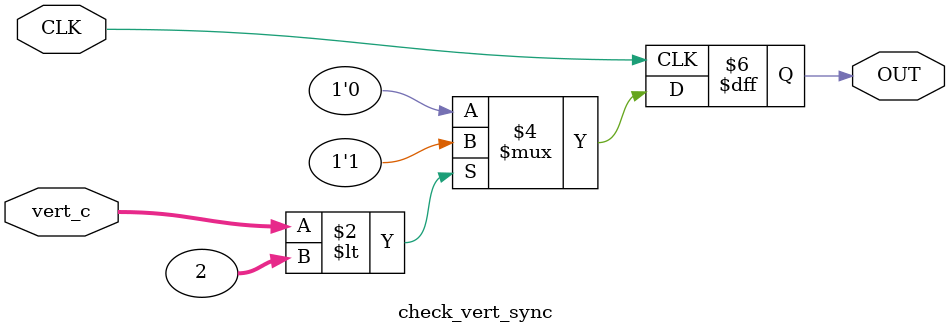
<source format=v>
module check_vert_sync(OUT, vert_c, CLK);

output reg OUT;
input [9:0] vert_c;
input CLK;

//initial begin
//	OUT <= 0;
//end

//Bring line low if we're between 0 and 2 (v sync time)
always @(posedge CLK)
begin
	if (vert_c < 2)begin
		OUT <= 1;
	end
	else begin
		OUT <= 0;
	end
end

endmodule
</source>
